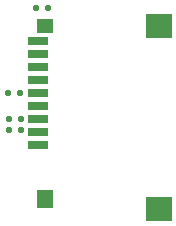
<source format=gbp>
G04*
G04 #@! TF.GenerationSoftware,Altium Limited,Altium Designer,22.0.2 (36)*
G04*
G04 Layer_Color=128*
%FSLAX25Y25*%
%MOIN*%
G70*
G04*
G04 #@! TF.SameCoordinates,4AEEF1EB-5C28-47D6-87F3-BA9F17CF17F5*
G04*
G04*
G04 #@! TF.FilePolarity,Positive*
G04*
G01*
G75*
G04:AMPARAMS|DCode=28|XSize=20mil|YSize=20mil|CornerRadius=5mil|HoleSize=0mil|Usage=FLASHONLY|Rotation=270.000|XOffset=0mil|YOffset=0mil|HoleType=Round|Shape=RoundedRectangle|*
%AMROUNDEDRECTD28*
21,1,0.02000,0.01000,0,0,270.0*
21,1,0.01000,0.02000,0,0,270.0*
1,1,0.01000,-0.00500,-0.00500*
1,1,0.01000,-0.00500,0.00500*
1,1,0.01000,0.00500,0.00500*
1,1,0.01000,0.00500,-0.00500*
%
%ADD28ROUNDEDRECTD28*%
%ADD85R,0.08661X0.08000*%
%ADD86R,0.05512X0.06299*%
%ADD87R,0.05512X0.04724*%
%ADD88R,0.07087X0.02756*%
D28*
X25500Y52100D02*
D03*
X21500D02*
D03*
X25500Y48400D02*
D03*
X21500D02*
D03*
X25000Y60800D02*
D03*
X21000D02*
D03*
X34600Y88900D02*
D03*
X30600D02*
D03*
D85*
X71325Y22190D02*
D03*
Y83213D02*
D03*
D86*
X33530Y25339D02*
D03*
D87*
Y83213D02*
D03*
D88*
X31061Y43450D02*
D03*
Y47780D02*
D03*
Y52111D02*
D03*
Y56442D02*
D03*
Y60772D02*
D03*
Y69434D02*
D03*
Y73765D02*
D03*
Y78095D02*
D03*
Y65103D02*
D03*
M02*

</source>
